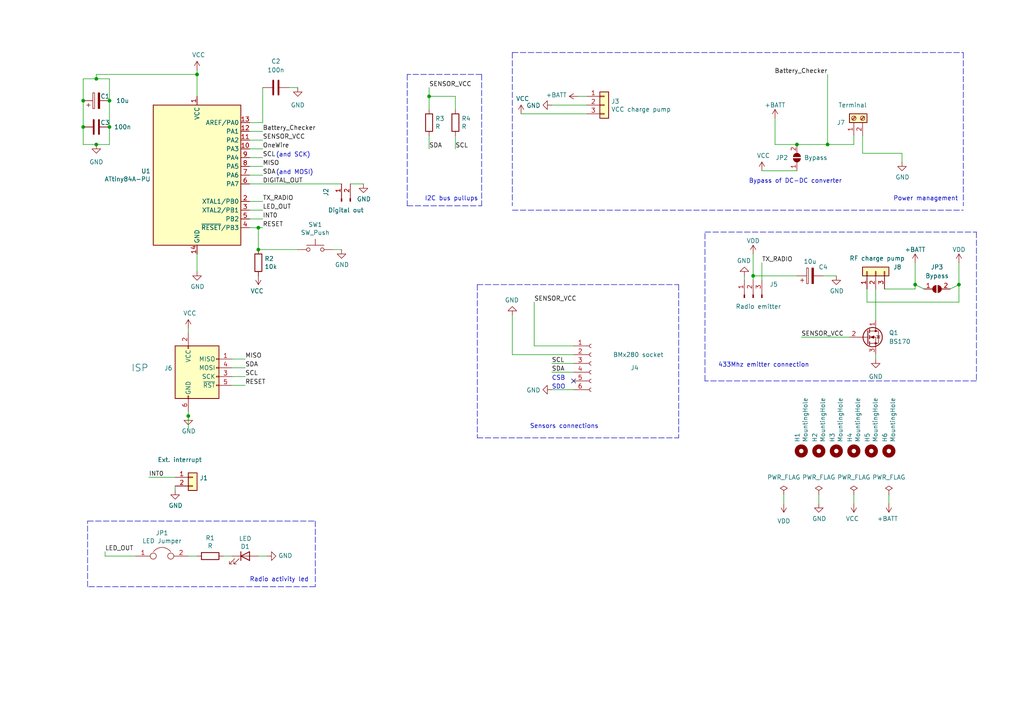
<source format=kicad_sch>
(kicad_sch (version 20211123) (generator eeschema)
  (paper "A4")
  (title_block (title "BMx280 sensor 18650 battery powered") (date "2022-10-22") (rev "1.0") (comment 1 "Open Hardware"))
  (lib_symbols
    (symbol "Connector:Conn_01x02_Male" (pin_names (offset 1.016) hide)
      (property "Reference" "J" (at 0 2.54 0))
      (property "Value" "Conn_01x02_Male" (at 0 -5.08 0))
      (symbol "Conn_01x02_Male_1_1"
        (polyline (pts (xy 1.27 -2.54) (xy 0.8636 -2.54)) (stroke (width 0.1524)))
        (polyline (pts (xy 1.27 0) (xy 0.8636 0)) (stroke (width 0.1524)))
        (rectangle (start 0.8636 -2.413) (end 0 -2.667) (stroke (width 0.1524)) (fill (type outline)))
        (rectangle (start 0.8636 0.127) (end 0 -0.127) (stroke (width 0.1524)) (fill (type outline)))
        (pin passive line (at 5.08 0 180) (length 3.81) (name "Pin_1") (number "1"))
        (pin passive line (at 5.08 -2.54 180) (length 3.81) (name "Pin_2") (number "2"))
      )
    )
    (symbol "Connector:Conn_01x03_Male" (pin_names (offset 1.016) hide)
      (property "Reference" "J" (at 0 5.08 0))
      (property "Value" "Conn_01x03_Male" (at 0 -5.08 0))
      (symbol "Conn_01x03_Male_1_1"
        (polyline (pts (xy 1.27 -2.54) (xy 0.8636 -2.54)) (stroke (width 0.1524)))
        (polyline (pts (xy 1.27 0) (xy 0.8636 0)) (stroke (width 0.1524)))
        (polyline (pts (xy 1.27 2.54) (xy 0.8636 2.54)) (stroke (width 0.1524)))
        (rectangle (start 0.8636 -2.413) (end 0 -2.667) (stroke (width 0.1524)) (fill (type outline)))
        (rectangle (start 0.8636 0.127) (end 0 -0.127) (stroke (width 0.1524)) (fill (type outline)))
        (rectangle (start 0.8636 2.667) (end 0 2.413) (stroke (width 0.1524)) (fill (type outline)))
        (pin passive line (at 5.08 2.54 180) (length 3.81) (name "Pin_1") (number "1"))
        (pin passive line (at 5.08 0 180) (length 3.81) (name "Pin_2") (number "2"))
        (pin passive line (at 5.08 -2.54 180) (length 3.81) (name "Pin_3") (number "3"))
      )
    )
    (symbol "Connector:Conn_01x06_Female" (pin_names (offset 1.016) hide)
      (property "Reference" "J" (at 0 7.62 0))
      (property "Value" "Conn_01x06_Female" (at 0 -10.16 0))
      (symbol "Conn_01x06_Female_1_1"
        (arc (start 0 -7.112) (mid -0.508 -7.62) (end 0 -8.128) (stroke (width 0.1524)))
        (arc (start 0 -4.572) (mid -0.508 -5.08) (end 0 -5.588) (stroke (width 0.1524)))
        (arc (start 0 -2.032) (mid -0.508 -2.54) (end 0 -3.048) (stroke (width 0.1524)))
        (polyline (pts (xy -1.27 -7.62) (xy -0.508 -7.62)) (stroke (width 0.1524)))
        (polyline (pts (xy -1.27 -5.08) (xy -0.508 -5.08)) (stroke (width 0.1524)))
        (polyline (pts (xy -1.27 -2.54) (xy -0.508 -2.54)) (stroke (width 0.1524)))
        (polyline (pts (xy -1.27 0) (xy -0.508 0)) (stroke (width 0.1524)))
        (polyline (pts (xy -1.27 2.54) (xy -0.508 2.54)) (stroke (width 0.1524)))
        (polyline (pts (xy -1.27 5.08) (xy -0.508 5.08)) (stroke (width 0.1524)))
        (arc (start 0 0.508) (mid -0.508 0) (end 0 -0.508) (stroke (width 0.1524)))
        (arc (start 0 3.048) (mid -0.508 2.54) (end 0 2.032) (stroke (width 0.1524)))
        (arc (start 0 5.588) (mid -0.508 5.08) (end 0 4.572) (stroke (width 0.1524)))
        (pin passive line (at -5.08 5.08 0) (length 3.81) (name "Pin_1") (number "1"))
        (pin passive line (at -5.08 2.54 0) (length 3.81) (name "Pin_2") (number "2"))
        (pin passive line (at -5.08 0 0) (length 3.81) (name "Pin_3") (number "3"))
        (pin passive line (at -5.08 -2.54 0) (length 3.81) (name "Pin_4") (number "4"))
        (pin passive line (at -5.08 -5.08 0) (length 3.81) (name "Pin_5") (number "5"))
        (pin passive line (at -5.08 -7.62 0) (length 3.81) (name "Pin_6") (number "6"))
      )
    )
    (symbol "Connector:Screw_Terminal_01x02" (pin_names (offset 1.016) hide)
      (property "Reference" "J" (at 0 2.54 0))
      (property "Value" "Screw_Terminal_01x02" (at 0 -5.08 0))
      (symbol "Screw_Terminal_01x02_1_1"
        (rectangle (start -1.27 1.27) (end 1.27 -3.81) (stroke (width 0.254)) (fill (type background)))
        (circle (center 0 -2.54) (radius 0.635) (stroke (width 0.1524)))
        (polyline (pts (xy -0.5334 -2.2098) (xy 0.3302 -3.048)) (stroke (width 0.1524)))
        (polyline (pts (xy -0.5334 0.3302) (xy 0.3302 -0.508)) (stroke (width 0.1524)))
        (polyline (pts (xy -0.3556 -2.032) (xy 0.508 -2.8702)) (stroke (width 0.1524)))
        (polyline (pts (xy -0.3556 0.508) (xy 0.508 -0.3302)) (stroke (width 0.1524)))
        (circle (center 0 0) (radius 0.635) (stroke (width 0.1524)))
        (pin passive line (at -5.08 0 0) (length 3.81) (name "Pin_1") (number "1"))
        (pin passive line (at -5.08 -2.54 0) (length 3.81) (name "Pin_2") (number "2"))
      )
    )
    (symbol "Connector_Generic:Conn_01x02" (pin_names (offset 1.016) hide)
      (property "Reference" "J" (at 0 2.54 0))
      (property "Value" "Conn_01x02" (at 0 -5.08 0))
      (symbol "Conn_01x02_1_1"
        (rectangle (start -1.27 -2.413) (end 0 -2.667) (stroke (width 0.1524)))
        (rectangle (start -1.27 0.127) (end 0 -0.127) (stroke (width 0.1524)))
        (rectangle (start -1.27 1.27) (end 1.27 -3.81) (stroke (width 0.254)) (fill (type background)))
        (pin passive line (at -5.08 0 0) (length 3.81) (name "Pin_1") (number "1"))
        (pin passive line (at -5.08 -2.54 0) (length 3.81) (name "Pin_2") (number "2"))
      )
    )
    (symbol "Connector_Generic:Conn_01x03" (pin_names (offset 1.016) hide)
      (property "Reference" "J" (at 0 5.08 0))
      (property "Value" "Conn_01x03" (at 0 -5.08 0))
      (symbol "Conn_01x03_1_1"
        (rectangle (start -1.27 -2.413) (end 0 -2.667) (stroke (width 0.1524)))
        (rectangle (start -1.27 0.127) (end 0 -0.127) (stroke (width 0.1524)))
        (rectangle (start -1.27 2.667) (end 0 2.413) (stroke (width 0.1524)))
        (rectangle (start -1.27 3.81) (end 1.27 -3.81) (stroke (width 0.254)) (fill (type background)))
        (pin passive line (at -5.08 2.54 0) (length 3.81) (name "Pin_1") (number "1"))
        (pin passive line (at -5.08 0 0) (length 3.81) (name "Pin_2") (number "2"))
        (pin passive line (at -5.08 -2.54 0) (length 3.81) (name "Pin_3") (number "3"))
      )
    )
    (symbol "Device:C" (pin_numbers hide) (pin_names (offset 0.254))
      (property "Reference" "C" (at 0.635 2.54 0))
      (property "Value" "C" (at 0.635 -2.54 0))
      (symbol "C_0_1"
        (polyline (pts (xy -2.032 -0.762) (xy 2.032 -0.762)) (stroke (width 0.508)))
        (polyline (pts (xy -2.032 0.762) (xy 2.032 0.762)) (stroke (width 0.508)))
      )
      (symbol "C_1_1"
        (pin passive line (at 0 3.81 270) (length 2.794) (name "~") (number "1"))
        (pin passive line (at 0 -3.81 90) (length 2.794) (name "~") (number "2"))
      )
    )
    (symbol "Device:LED" (pin_numbers hide) (pin_names (offset 1.016) hide)
      (property "Reference" "D" (at 0 2.54 0))
      (property "Value" "LED" (at 0 -2.54 0))
      (symbol "LED_0_1"
        (polyline (pts (xy -1.27 -1.27) (xy -1.27 1.27)) (stroke (width 0.254)))
        (polyline (pts (xy -1.27 0) (xy 1.27 0)))
        (polyline (pts (xy 1.27 -1.27) (xy 1.27 1.27) (xy -1.27 0) (xy 1.27 -1.27)) (stroke (width 0.254)))
        (polyline (pts (xy -3.048 -0.762) (xy -4.572 -2.286) (xy -3.81 -2.286) (xy -4.572 -2.286) (xy -4.572 -1.524)))
        (polyline (pts (xy -1.778 -0.762) (xy -3.302 -2.286) (xy -2.54 -2.286) (xy -3.302 -2.286) (xy -3.302 -1.524)))
      )
      (symbol "LED_1_1"
        (pin passive line (at -3.81 0 0) (length 2.54) (name "K") (number "1"))
        (pin passive line (at 3.81 0 180) (length 2.54) (name "A") (number "2"))
      )
    )
    (symbol "Device:R" (pin_numbers hide) (pin_names (offset 0))
      (property "Reference" "R" (at 2.032 0 90))
      (property "Value" "R" (at 0 0 90))
      (symbol "R_0_1"
        (rectangle (start -1.016 -2.54) (end 1.016 2.54) (stroke (width 0.254)))
      )
      (symbol "R_1_1"
        (pin passive line (at 0 3.81 270) (length 1.27) (name "~") (number "1"))
        (pin passive line (at 0 -3.81 90) (length 1.27) (name "~") (number "2"))
      )
    )
    (symbol "Jumper:SolderJumper_2_Open" (pin_names (offset 0) hide)
      (property "Reference" "JP" (at 0 2.032 0))
      (property "Value" "SolderJumper_2_Open" (at 0 -2.54 0))
      (symbol "SolderJumper_2_Open_0_1"
        (arc (start -0.254 1.016) (mid -1.27 0) (end -0.254 -1.016))
        (arc (start -0.254 1.016) (mid -1.27 0) (end -0.254 -1.016) (fill (type outline)))
        (polyline (pts (xy -0.254 1.016) (xy -0.254 -1.016)))
        (polyline (pts (xy 0.254 1.016) (xy 0.254 -1.016)))
        (arc (start 0.254 -1.016) (mid 1.27 0) (end 0.254 1.016))
        (arc (start 0.254 -1.016) (mid 1.27 0) (end 0.254 1.016) (fill (type outline)))
      )
      (symbol "SolderJumper_2_Open_1_1"
        (pin passive line (at -3.81 0 0) (length 2.54) (name "A") (number "1"))
        (pin passive line (at 3.81 0 180) (length 2.54) (name "B") (number "2"))
      )
    )
    (symbol "Mechanical:MountingHole" (pin_names (offset 1.016))
      (property "Reference" "H" (at 0 5.08 0))
      (property "Value" "MountingHole" (at 0 3.175 0))
      (symbol "MountingHole_0_1"
        (circle (center 0 0) (radius 1.27) (stroke (width 1.27)))
      )
    )
    (symbol "Switch:SW_Push" (pin_numbers hide) (pin_names (offset 1.016) hide)
      (property "Reference" "SW" (at 1.27 2.54 0))
      (property "Value" "SW_Push" (at 0 -1.524 0))
      (symbol "SW_Push_0_1"
        (circle (center -2.032 0) (radius 0.508))
        (polyline (pts (xy 0 1.27) (xy 0 3.048)))
        (polyline (pts (xy 2.54 1.27) (xy -2.54 1.27)))
        (circle (center 2.032 0) (radius 0.508))
        (pin passive line (at -5.08 0 0) (length 2.54) (name "1") (number "1"))
        (pin passive line (at 5.08 0 180) (length 2.54) (name "2") (number "2"))
      )
    )
    (symbol "Transistor_FET:BS170" (pin_names hide)
      (property "Reference" "Q" (at 5.08 1.905 0))
      (property "Value" "BS170" (at 5.08 0 0))
      (symbol "BS170_0_1"
        (polyline (pts (xy 0.254 0) (xy -2.54 0)))
        (polyline (pts (xy 0.254 1.905) (xy 0.254 -1.905)) (stroke (width 0.254)))
        (polyline (pts (xy 0.762 -1.27) (xy 0.762 -2.286)) (stroke (width 0.254)))
        (polyline (pts (xy 0.762 0.508) (xy 0.762 -0.508)) (stroke (width 0.254)))
        (polyline (pts (xy 0.762 2.286) (xy 0.762 1.27)) (stroke (width 0.254)))
        (polyline (pts (xy 2.54 2.54) (xy 2.54 1.778)))
        (polyline (pts (xy 2.54 -2.54) (xy 2.54 0) (xy 0.762 0)))
        (polyline (pts (xy 0.762 -1.778) (xy 3.302 -1.778) (xy 3.302 1.778) (xy 0.762 1.778)))
        (polyline (pts (xy 1.016 0) (xy 2.032 0.381) (xy 2.032 -0.381) (xy 1.016 0)) (fill (type outline)))
        (polyline (pts (xy 2.794 0.508) (xy 2.921 0.381) (xy 3.683 0.381) (xy 3.81 0.254)))
        (polyline (pts (xy 3.302 0.381) (xy 2.921 -0.254) (xy 3.683 -0.254) (xy 3.302 0.381)))
        (circle (center 1.651 0) (radius 2.794) (stroke (width 0.254)))
        (circle (center 2.54 -1.778) (radius 0.254) (fill (type outline)))
        (circle (center 2.54 1.778) (radius 0.254) (fill (type outline)))
      )
      (symbol "BS170_1_1"
        (pin passive line (at 2.54 5.08 270) (length 2.54) (name "D") (number "1"))
        (pin input line (at -5.08 0 0) (length 2.54) (name "G") (number "2"))
        (pin passive line (at 2.54 -5.08 90) (length 2.54) (name "S") (number "3"))
      )
    )
    (symbol "power:+BATT" (power) (pin_names (offset 0))
      (property "Value" "+BATT" (at 0 3.556 0))
      (symbol "+BATT_0_1"
        (polyline (pts (xy -0.762 1.27) (xy 0 2.54)))
        (polyline (pts (xy 0 0) (xy 0 2.54)))
        (polyline (pts (xy 0 2.54) (xy 0.762 1.27)))
      )
      (symbol "+BATT_1_1"
        (pin power_in line (at 0 0 90) (length 0) hide (name "+BATT") (number "1"))
      )
    )
    (symbol "power:GND" (power) (pin_names (offset 0))
      (property "Value" "GND" (at 0 -3.81 0))
      (symbol "GND_0_1"
        (polyline (pts (xy 0 0) (xy 0 -1.27) (xy 1.27 -1.27) (xy 0 -2.54) (xy -1.27 -1.27) (xy 0 -1.27)))
      )
      (symbol "GND_1_1"
        (pin power_in line (at 0 0 270) (length 0) hide (name "GND") (number "1"))
      )
    )
    (symbol "power:PWR_FLAG" (power) (pin_numbers hide) (pin_names (offset 0) hide)
      (property "Value" "PWR_FLAG" (at 0 3.81 0))
      (symbol "PWR_FLAG_0_0"
        (pin power_out line (at 0 0 90) (length 0) (name "pwr") (number "1"))
      )
      (symbol "PWR_FLAG_0_1"
        (polyline (pts (xy 0 0) (xy 0 1.27) (xy -1.016 1.905) (xy 0 2.54) (xy 1.016 1.905) (xy 0 1.27)))
      )
    )
    (symbol "power:VCC" (power) (pin_names (offset 0))
      (property "Value" "VCC" (at 0 3.81 0))
      (symbol "VCC_0_1"
        (polyline (pts (xy -0.762 1.27) (xy 0 2.54)))
        (polyline (pts (xy 0 0) (xy 0 2.54)))
        (polyline (pts (xy 0 2.54) (xy 0.762 1.27)))
      )
      (symbol "VCC_1_1"
        (pin power_in line (at 0 0 90) (length 0) hide (name "VCC") (number "1"))
      )
    )
    (symbol "power:VDD" (power) (pin_names (offset 0))
      (property "Value" "VDD" (at 0 3.81 0))
      (symbol "VDD_0_1"
        (polyline (pts (xy -0.762 1.27) (xy 0 2.54)))
        (polyline (pts (xy 0 0) (xy 0 2.54)))
        (polyline (pts (xy 0 2.54) (xy 0.762 1.27)))
      )
      (symbol "VDD_1_1"
        (pin power_in line (at 0 0 90) (length 0) hide (name "VDD") (number "1"))
      )
    )
    (symbol "tinySensorv1-rescue:ATtiny84A-PU-MCU_Microchip_ATtiny-tinySensorv1-rescue"
      (property "Reference" "U" (at -12.7 21.59 0))
      (property "Value" "ATtiny84A-PU-MCU_Microchip_ATtiny-tinySensorv1-rescue" (at 2.54 -21.59 0))
      (symbol "ATtiny84A-PU-MCU_Microchip_ATtiny-tinySensorv1-rescue_0_1"
        (rectangle (start -12.7 -20.32) (end 12.7 20.32) (stroke (width 0.254)) (fill (type background)))
      )
      (symbol "ATtiny84A-PU-MCU_Microchip_ATtiny-tinySensorv1-rescue_1_1"
        (pin power_in line (at 0 22.86 270) (length 2.54) (name "VCC") (number "1"))
        (pin bidirectional line (at 15.24 7.62 180) (length 2.54) (name "PA3") (number "10"))
        (pin bidirectional line (at 15.24 10.16 180) (length 2.54) (name "PA2") (number "11"))
        (pin bidirectional line (at 15.24 12.7 180) (length 2.54) (name "PA1") (number "12"))
        (pin bidirectional line (at 15.24 15.24 180) (length 2.54) (name "AREF/PA0") (number "13"))
        (pin power_in line (at 0 -22.86 90) (length 2.54) (name "GND") (number "14"))
        (pin bidirectional line (at 15.24 -7.62 180) (length 2.54) (name "XTAL1/PB0") (number "2"))
        (pin bidirectional line (at 15.24 -10.16 180) (length 2.54) (name "XTAL2/PB1") (number "3"))
        (pin bidirectional line (at 15.24 -15.24 180) (length 2.54) (name "~{RESET}/PB3") (number "4"))
        (pin bidirectional line (at 15.24 -12.7 180) (length 2.54) (name "PB2") (number "5"))
        (pin bidirectional line (at 15.24 -2.54 180) (length 2.54) (name "PA7") (number "6"))
        (pin bidirectional line (at 15.24 0 180) (length 2.54) (name "PA6") (number "7"))
        (pin bidirectional line (at 15.24 2.54 180) (length 2.54) (name "PA5") (number "8"))
        (pin bidirectional line (at 15.24 5.08 180) (length 2.54) (name "PA4") (number "9"))
      )
    )
    (symbol "tinySensorv1-rescue:AVR-ISP-6-Connector" (pin_names (offset 1.016))
      (property "Reference" "J" (at 0 10.16 0))
      (property "Value" "AVR-ISP-6-Connector" (at 0 -7.62 0))
      (symbol "AVR-ISP-6-Connector_0_1"
        (rectangle (start -2.667 -5.588) (end -2.413 -6.35))
        (rectangle (start -2.667 8.89) (end -2.413 8.128))
        (rectangle (start 6.35 -2.413) (end 5.588 -2.667))
        (rectangle (start 6.35 0.127) (end 5.588 -0.127))
        (rectangle (start 6.35 2.667) (end 5.588 2.413))
        (rectangle (start 6.35 5.207) (end 5.588 4.953))
        (rectangle (start 6.35 8.89) (end -6.35 -6.35) (stroke (width 0.254)) (fill (type background)))
      )
      (symbol "AVR-ISP-6-Connector_1_1"
        (pin passive line (at 10.16 5.08 180) (length 3.81) (name "MISO") (number "1"))
        (pin power_in line (at -2.54 12.7 270) (length 3.81) (name "VCC") (number "2"))
        (pin passive line (at 10.16 0 180) (length 3.81) (name "SCK") (number "3"))
        (pin passive line (at 10.16 2.54 180) (length 3.81) (name "MOSI") (number "4"))
        (pin passive line (at 10.16 -2.54 180) (length 3.81) (name "~{RST}") (number "5"))
        (pin power_in line (at -2.54 -10.16 90) (length 3.81) (name "GND") (number "6"))
      )
    )
    (symbol "tinySensorv1-rescue:CP-Device" (pin_numbers hide) (pin_names (offset 0.254))
      (property "Reference" "C" (at 0.635 2.54 0))
      (property "Value" "CP-Device" (at 0.635 -2.54 0))
      (symbol "CP-Device_0_1"
        (rectangle (start -2.286 0.508) (end 2.286 1.016))
        (polyline (pts (xy -1.778 2.286) (xy -0.762 2.286)))
        (polyline (pts (xy -1.27 2.794) (xy -1.27 1.778)))
        (rectangle (start 2.286 -0.508) (end -2.286 -1.016) (fill (type outline)))
      )
      (symbol "CP-Device_1_1"
        (pin passive line (at 0 3.81 270) (length 2.794) (name "~") (number "1"))
        (pin passive line (at 0 -3.81 90) (length 2.794) (name "~") (number "2"))
      )
    )
    (symbol "tinySensorv1-rescue:Jumper-Device" (pin_names (offset 0.762) hide)
      (property "Reference" "JP" (at 0 3.81 0))
      (property "Value" "Jumper-Device" (at 0 -2.032 0))
      (symbol "Jumper-Device_0_1"
        (circle (center -2.54 0) (radius 0.889))
        (arc (start 2.5146 1.27) (mid 0.0078 2.5097) (end -2.4892 1.27))
        (circle (center 2.54 0) (radius 0.889))
        (pin passive line (at -7.62 0 0) (length 4.191) (name "1") (number "1"))
        (pin passive line (at 7.62 0 180) (length 4.191) (name "2") (number "2"))
      )
    )
  )
  (junction (at 74.93 66.04))
  (junction (at 27.94 22.86))
  (junction (at 124.46 27.94))
  (junction (at 218.44 80.01))
  (junction (at 24.13 36.83))
  (junction (at 31.75 29.21))
  (junction (at 31.75 36.83))
  (junction (at 57.15 21.59))
  (junction (at 54.61 120.65))
  (junction (at 74.93 72.39))
  (junction (at 278.13 82.55))
  (junction (at 24.13 29.21))
  (junction (at 231.14 41.91))
  (junction (at 265.43 82.55))
  (junction (at 27.94 41.91))
  (junction (at 240.03 41.91))
  (no_connect (at 166.37 110.49))
  (wire (pts (xy 72.39 60.96) (xy 76.2 60.96)))
  (wire (pts (xy 72.39 38.1) (xy 76.2 38.1)))
  (polyline (pts (xy 204.47 67.31) (xy 283.21 67.31)))
  (wire (pts (xy 67.31 106.68) (xy 71.12 106.68)))
  (wire (pts (xy 231.14 41.91) (xy 240.03 41.91)))
  (polyline (pts (xy 283.21 67.31) (xy 283.21 110.49)))
  (wire (pts (xy 50.8 140.97) (xy 50.8 142.24)))
  (wire (pts (xy 160.02 113.03) (xy 166.37 113.03)))
  (polyline (pts (xy 148.59 15.24) (xy 148.59 59.69)))
  (wire (pts (xy 220.98 76.2) (xy 220.98 81.28)))
  (polyline (pts (xy 25.4 151.13) (xy 91.44 151.13)))
  (wire (pts (xy 154.94 100.33) (xy 166.37 100.33)))
  (wire (pts (xy 265.43 82.55) (xy 265.43 83.82)))
  (wire (pts (xy 265.43 83.82) (xy 256.54 83.82)))
  (wire (pts (xy 74.93 66.04) (xy 74.93 72.39)))
  (wire (pts (xy 160.02 107.95) (xy 166.37 107.95)))
  (wire (pts (xy 151.13 33.02) (xy 170.18 33.02)))
  (wire (pts (xy 250.19 39.37) (xy 250.19 44.45)))
  (polyline (pts (xy 25.4 170.18) (xy 25.4 151.13)))
  (wire (pts (xy 27.94 22.86) (xy 27.94 21.59)))
  (wire (pts (xy 148.59 91.44) (xy 148.59 102.87)))
  (wire (pts (xy 218.44 80.01) (xy 218.44 81.28)))
  (wire (pts (xy 267.97 83.82) (xy 265.43 82.55)))
  (wire (pts (xy 224.79 41.91) (xy 231.14 41.91)))
  (wire (pts (xy 24.13 36.83) (xy 24.13 41.91)))
  (polyline (pts (xy 138.43 82.55) (xy 138.43 127)))
  (wire (pts (xy 30.48 161.29) (xy 39.37 161.29)))
  (wire (pts (xy 167.64 27.94) (xy 170.18 27.94)))
  (wire (pts (xy 237.49 146.05) (xy 237.49 143.51)))
  (wire (pts (xy 231.14 49.53) (xy 220.98 49.53)))
  (wire (pts (xy 83.82 25.4) (xy 86.36 25.4)))
  (wire (pts (xy 218.44 80.01) (xy 231.14 80.01)))
  (wire (pts (xy 124.46 31.75) (xy 124.46 27.94)))
  (wire (pts (xy 124.46 39.37) (xy 124.46 43.18)))
  (wire (pts (xy 96.52 72.39) (xy 99.06 72.39)))
  (wire (pts (xy 72.39 58.42) (xy 76.2 58.42)))
  (wire (pts (xy 154.94 87.63) (xy 154.94 100.33)))
  (wire (pts (xy 72.39 53.34) (xy 99.06 53.34)))
  (polyline (pts (xy 118.11 59.69) (xy 139.7 59.69)))
  (wire (pts (xy 240.03 41.91) (xy 247.65 41.91)))
  (wire (pts (xy 67.31 111.76) (xy 71.12 111.76)))
  (wire (pts (xy 132.08 31.75) (xy 132.08 27.94)))
  (wire (pts (xy 24.13 41.91) (xy 27.94 41.91)))
  (wire (pts (xy 77.47 161.29) (xy 74.93 161.29)))
  (wire (pts (xy 24.13 22.86) (xy 24.13 29.21)))
  (wire (pts (xy 132.08 39.37) (xy 132.08 43.18)))
  (wire (pts (xy 265.43 76.2) (xy 265.43 82.55)))
  (polyline (pts (xy 118.11 21.59) (xy 118.11 59.69)))
  (wire (pts (xy 76.2 25.4) (xy 76.2 35.56)))
  (wire (pts (xy 278.13 76.2) (xy 278.13 82.55)))
  (wire (pts (xy 72.39 43.18) (xy 76.2 43.18)))
  (wire (pts (xy 227.33 143.51) (xy 227.33 146.05)))
  (wire (pts (xy 105.41 53.34) (xy 101.6 53.34)))
  (wire (pts (xy 275.59 83.82) (xy 278.13 82.55)))
  (polyline (pts (xy 148.59 60.96) (xy 279.4 60.96)))
  (wire (pts (xy 24.13 29.21) (xy 24.13 36.83)))
  (wire (pts (xy 261.62 44.45) (xy 261.62 46.99)))
  (wire (pts (xy 24.13 22.86) (xy 27.94 22.86)))
  (wire (pts (xy 74.93 66.04) (xy 76.2 66.04)))
  (wire (pts (xy 57.15 20.32) (xy 57.15 21.59)))
  (wire (pts (xy 67.31 104.14) (xy 71.12 104.14)))
  (wire (pts (xy 254 83.82) (xy 254 92.71)))
  (polyline (pts (xy 138.43 127) (xy 196.85 127)))
  (wire (pts (xy 43.18 138.43) (xy 50.8 138.43)))
  (wire (pts (xy 215.9 80.01) (xy 215.9 81.28)))
  (polyline (pts (xy 138.43 82.55) (xy 196.85 82.55)))
  (wire (pts (xy 27.94 21.59) (xy 57.15 21.59)))
  (wire (pts (xy 86.36 72.39) (xy 74.93 72.39)))
  (wire (pts (xy 54.61 161.29) (xy 57.15 161.29)))
  (wire (pts (xy 67.31 161.29) (xy 64.77 161.29)))
  (wire (pts (xy 72.39 63.5) (xy 76.2 63.5)))
  (wire (pts (xy 72.39 40.64) (xy 76.2 40.64)))
  (wire (pts (xy 160.02 105.41) (xy 166.37 105.41)))
  (wire (pts (xy 247.65 39.37) (xy 247.65 41.91)))
  (wire (pts (xy 257.81 146.05) (xy 257.81 143.51)))
  (wire (pts (xy 72.39 50.8) (xy 76.2 50.8)))
  (polyline (pts (xy 283.21 110.49) (xy 204.47 110.49)))
  (wire (pts (xy 251.46 83.82) (xy 251.46 87.63)))
  (wire (pts (xy 31.75 29.21) (xy 31.75 36.83)))
  (wire (pts (xy 124.46 27.94) (xy 132.08 27.94)))
  (wire (pts (xy 31.75 36.83) (xy 31.75 41.91)))
  (polyline (pts (xy 139.7 21.59) (xy 118.11 21.59)))
  (polyline (pts (xy 148.59 15.24) (xy 279.4 15.24)))
  (wire (pts (xy 148.59 102.87) (xy 166.37 102.87)))
  (wire (pts (xy 72.39 66.04) (xy 74.93 66.04)))
  (polyline (pts (xy 91.44 170.18) (xy 25.4 170.18)))
  (wire (pts (xy 76.2 45.72) (xy 72.39 45.72)))
  (wire (pts (xy 57.15 73.66) (xy 57.15 78.74)))
  (polyline (pts (xy 91.44 151.13) (xy 91.44 170.18)))
  (wire (pts (xy 254 102.87) (xy 254 104.14)))
  (wire (pts (xy 160.02 30.48) (xy 170.18 30.48)))
  (wire (pts (xy 31.75 41.91) (xy 27.94 41.91)))
  (wire (pts (xy 232.41 97.79) (xy 246.38 97.79)))
  (wire (pts (xy 247.65 146.05) (xy 247.65 143.51)))
  (wire (pts (xy 54.61 119.38) (xy 54.61 120.65)))
  (wire (pts (xy 30.48 160.02) (xy 30.48 161.29)))
  (wire (pts (xy 224.79 41.91) (xy 224.79 34.29)))
  (wire (pts (xy 124.46 27.94) (xy 124.46 25.4)))
  (polyline (pts (xy 204.47 110.49) (xy 204.47 67.31)))
  (polyline (pts (xy 196.85 82.55) (xy 196.85 127)))
  (wire (pts (xy 218.44 73.66) (xy 218.44 80.01)))
  (wire (pts (xy 54.61 96.52) (xy 54.61 95.25)))
  (wire (pts (xy 242.57 80.01) (xy 238.76 80.01)))
  (wire (pts (xy 251.46 87.63) (xy 278.13 87.63)))
  (wire (pts (xy 57.15 21.59) (xy 57.15 27.94)))
  (wire (pts (xy 27.94 22.86) (xy 31.75 22.86)))
  (wire (pts (xy 54.61 120.65) (xy 54.61 124.46)))
  (wire (pts (xy 72.39 48.26) (xy 76.2 48.26)))
  (polyline (pts (xy 139.7 21.59) (xy 139.7 59.69)))
  (wire (pts (xy 278.13 82.55) (xy 278.13 87.63)))
  (wire (pts (xy 250.19 44.45) (xy 261.62 44.45)))
  (wire (pts (xy 72.39 35.56) (xy 76.2 35.56)))
  (polyline (pts (xy 279.4 15.24) (xy 279.4 59.69)))
  (wire (pts (xy 31.75 22.86) (xy 31.75 29.21)))
  (wire (pts (xy 240.03 21.59) (xy 240.03 41.91)))
  (wire (pts (xy 67.31 109.22) (xy 71.12 109.22)))
  (text "CSB" (at 160.02 110.49 0) (effects (font (size 1.27 1.27)) (justify left bottom)))
  (text "Radio activity led" (at 72.39 168.91 0) (effects (font (size 1.27 1.27)) (justify left bottom)))
  (text "Bypass of DC-DC converter" (at 217.17 53.34 0) (effects (font (size 1.27 1.27)) (justify left bottom)))
  (text "Power management" (at 259.08 58.42 0) (effects (font (size 1.27 1.27)) (justify left bottom)))
  (text "(and SCK)" (at 80.01 45.72 0) (effects (font (size 1.27 1.27)) (justify left bottom)))
  (text "SDO" (at 160.02 113.03 0) (effects (font (size 1.27 1.27)) (justify left bottom)))
  (text "Sensors connections" (at 153.67 124.46 0) (effects (font (size 1.27 1.27)) (justify left bottom)))
  (text "I2C bus pullups" (at 123.19 58.42 0) (effects (font (size 1.27 1.27)) (justify left bottom)))
  (text "(and MOSI)" (at 80.01 50.8 0) (effects (font (size 1.27 1.27)) (justify left bottom)))
  (text "433Mhz emitter connection" (at 208.28 106.68 0) (effects (font (size 1.27 1.27)) (justify left bottom)))
  (label "LED_OUT" (at 30.48 160.02 0))
  (label "DIGITAL_OUT" (at 76.2 53.34 0))
  (label "SCL" (at 160.02 105.41 0))
  (label "Battery_Checker" (at 240.03 21.59 180))
  (label "SDA" (at 160.02 107.95 0))
  (label "SENSOR_VCC" (at 76.2 40.64 0))
  (label "TX_RADIO" (at 76.2 58.42 0))
  (label "MISO" (at 76.2 48.26 0))
  (label "SENSOR_VCC" (at 124.46 25.4 0))
  (label "SENSOR_VCC" (at 154.94 87.63 0))
  (label "RESET" (at 76.2 66.04 0))
  (label "SCL" (at 132.08 43.18 0))
  (label "SDA" (at 71.12 106.68 0))
  (label "Battery_Checker" (at 76.2 38.1 0))
  (label "MISO" (at 71.12 104.14 0))
  (label "SDA" (at 76.2 50.8 0))
  (label "OneWire" (at 76.2 43.18 0))
  (label "INT0" (at 43.18 138.43 0))
  (label "LED_OUT" (at 76.2 60.96 0))
  (label "INT0" (at 76.2 63.5 0))
  (label "SCL" (at 76.2 45.72 0))
  (label "SDA" (at 124.46 43.18 0))
  (label "SENSOR_VCC" (at 232.41 97.79 0))
  (label "SCL" (at 71.12 109.22 0))
  (label "RESET" (at 71.12 111.76 0))
  (label "TX_RADIO" (at 220.98 76.2 0))
  (symbol (lib_id "Device:R") (at 124.46 35.56 0) (unit 1)
    (property "Reference" "R3" (at 126.238 34.3916 0) (effects (justify left)))
    (property "Value" "R" (at 126.238 36.703 0) (effects (justify left)))
    (property "Footprint" "Resistor_THT:R_Axial_DIN0204_L3.6mm_D1.6mm_P7.62mm_Horizontal" (effects hide))
  )
  (symbol (lib_id "Device:R") (at 132.08 35.56 0) (unit 1)
    (property "Reference" "R4" (at 133.858 34.3916 0) (effects (justify left)))
    (property "Value" "R" (at 133.858 36.703 0) (effects (justify left)))
    (property "Footprint" "Resistor_THT:R_Axial_DIN0204_L3.6mm_D1.6mm_P7.62mm_Horizontal" (effects hide))
  )
  (symbol (lib_id "tinySensorv1-rescue:ATtiny84A-PU-MCU_Microchip_ATtiny-tinySensorv1-rescue") (at 57.15 50.8 0) (unit 1)
    (property "Reference" "U1" (at 43.688 49.6316 0) (effects (justify right)))
    (property "Value" "ATtiny84A-PU" (at 43.688 51.943 0) (effects (justify right)))
    (property "Footprint" "Package_DIP:DIP-14_W7.62mm" (effects hide))
    (property "Datasheet" "http://ww1.microchip.com/downloads/en/DeviceDoc/doc8183.pdf" (effects hide))
  )
  (symbol (lib_id "Device:R") (at 60.96 161.29 270) (unit 1)
    (property "Reference" "R1" (at 60.96 156.0322 90))
    (property "Value" "R" (at 60.96 158.3436 90))
    (property "Footprint" "Resistor_THT:R_Axial_DIN0204_L3.6mm_D1.6mm_P7.62mm_Horizontal" (effects hide))
  )
  (symbol (lib_id "Device:LED") (at 71.12 161.29 0) (unit 1)
    (property "Reference" "D1" (at 71.12 158.5214 0))
    (property "Value" "LED" (at 71.12 156.21 0))
    (property "Footprint" "LED_THT:LED_D1.8mm_W3.3mm_H2.4mm" (effects hide))
  )
  (symbol (lib_id "power:GND") (at 57.15 78.74 0) (unit 1)
    (property "Reference" "#PWR0109" (effects hide))
    (property "Value" "GND" (at 57.277 83.1342 0))
  )
  (symbol (lib_id "power:GND") (at 77.47 161.29 90) (unit 1)
    (property "Reference" "#PWR0102" (effects hide))
    (property "Value" "GND" (at 80.7212 161.163 90) (effects (justify right)))
  )
  (symbol (lib_id "Connector:Conn_01x03_Male") (at 218.44 86.36 90) (unit 1)
    (property "Reference" "J5" (at 223.2152 82.4738 90) (effects (justify right)))
    (property "Value" "Radio emitter" (at 213.36 88.9 90) (effects (justify right)))
    (property "Footprint" "Connector_PinHeader_2.54mm:PinHeader_1x03_P2.54mm_Vertical" (effects hide))
  )
  (symbol (lib_id "power:GND") (at 215.9 80.01 180) (unit 1)
    (property "Reference" "#PWR0123" (effects hide))
    (property "Value" "GND" (at 215.773 75.6158 0))
  )
  (symbol (lib_id "power:GND") (at 160.02 30.48 270) (unit 1)
    (property "Reference" "#PWR0120" (effects hide))
    (property "Value" "GND" (at 156.7688 30.607 90) (effects (justify right)))
  )
  (symbol (lib_id "power:+BATT") (at 167.64 27.94 90) (unit 1)
    (property "Reference" "#PWR0121" (effects hide))
    (property "Value" "+BATT" (at 164.4142 27.559 90) (effects (justify left)))
  )
  (symbol (lib_id "power:GND") (at 148.59 91.44 180) (unit 1)
    (property "Reference" "#PWR0114" (effects hide))
    (property "Value" "GND" (at 148.463 87.0458 0))
  )
  (symbol (lib_id "power:GND") (at 160.02 113.03 270) (unit 1)
    (property "Reference" "#PWR0115" (effects hide))
    (property "Value" "GND" (at 156.7688 113.157 90) (effects (justify right)))
  )
  (symbol (lib_id "Connector_Generic:Conn_01x03") (at 175.26 30.48 0) (unit 1)
    (property "Reference" "J3" (at 177.2666 29.4132 0) (effects (justify left)))
    (property "Value" "VCC charge pump" (at 177.2666 31.7246 0) (effects (justify left)))
    (property "Footprint" "TinySensor lib:DC-DC_0.9v-3.3v_to_3.3v" (effects hide))
  )
  (symbol (lib_id "power:PWR_FLAG") (at 247.65 143.51 0) (unit 1)
    (property "Reference" "#FLG0102" (effects hide))
    (property "Value" "PWR_FLAG" (at 247.65 138.43 0))
  )
  (symbol (lib_id "power:PWR_FLAG") (at 257.81 143.51 0) (unit 1)
    (property "Reference" "#FLG0103" (effects hide))
    (property "Value" "PWR_FLAG" (at 257.81 138.43 0))
  )
  (symbol (lib_id "power:PWR_FLAG") (at 237.49 143.51 0) (unit 1)
    (property "Reference" "#FLG0101" (effects hide))
    (property "Value" "PWR_FLAG" (at 237.49 138.43 0))
  )
  (symbol (lib_id "power:GND") (at 237.49 146.05 0) (unit 1)
    (property "Reference" "#PWR0116" (effects hide))
    (property "Value" "GND" (at 237.617 150.4442 0))
  )
  (symbol (lib_id "power:+BATT") (at 257.81 146.05 180) (unit 1)
    (property "Reference" "#PWR0118" (effects hide))
    (property "Value" "+BATT" (at 257.429 150.4442 0))
  )
  (symbol (lib_id "tinySensorv1-rescue:Jumper-Device") (at 46.99 161.29 0) (unit 1)
    (property "Reference" "JP1" (at 46.99 154.5844 0))
    (property "Value" "LED Jumper" (at 46.99 156.8958 0))
    (property "Footprint" "Connector_PinHeader_2.54mm:PinHeader_1x02_P2.54mm_Vertical" (effects hide))
  )
  (symbol (lib_id "power:+BATT") (at 224.79 34.29 0) (unit 1)
    (property "Reference" "#PWR0105" (effects hide))
    (property "Value" "+BATT" (at 224.79 30.48 0))
  )
  (symbol (lib_id "power:GND") (at 261.62 46.99 0) (unit 1)
    (property "Reference" "#PWR0107" (effects hide))
    (property "Value" "GND" (at 261.747 51.3842 0))
  )
  (symbol (lib_id "tinySensorv1-rescue:AVR-ISP-6-Connector") (at 57.15 109.22 0) (unit 1)
    (property "Reference" "J6" (at 50.038 106.7816 0) (effects (justify right)))
    (property "Value" "ISP" (at 43.18 106.68 0) (effects (font (size 2 2)) (justify right)))
    (property "Footprint" "TinySensor lib:ICSP_SOCKET_MINI_2x3" (effects hide))
    (property "Datasheet" " ~" (effects hide))
  )
  (symbol (lib_id "power:GND") (at 54.61 120.65 0) (unit 1)
    (property "Reference" "#PWR0104" (effects hide))
    (property "Value" "GND" (at 54.737 125.0442 0))
  )
  (symbol (lib_id "Connector:Screw_Terminal_01x02") (at 247.65 34.29 90) (unit 1)
    (property "Reference" "J7" (at 245.11 35.56 90) (effects (justify left)))
    (property "Value" "Terminal" (at 251.46 30.48 90) (effects (justify left)))
    (property "Footprint" "TerminalBlock:TerminalBlock_bornier-2_P5.08mm" (effects hide))
  )
  (symbol (lib_id "Connector:Conn_01x06_Female") (at 171.45 105.41 0) (unit 1)
    (property "Reference" "J4" (at 182.88 106.68 0) (effects (justify left)))
    (property "Value" "BMx280 socket" (at 177.8 102.87 0) (effects (justify left)))
    (property "Footprint" "TinySensor lib:BMx280_breakout" (effects hide))
  )
  (symbol (lib_id "Jumper:SolderJumper_2_Open") (at 231.14 45.72 90) (unit 1)
    (property "Reference" "JP2" (at 228.6 45.72 90) (effects (justify left)))
    (property "Value" "Bypass" (at 240.03 45.72 90) (effects (justify left)))
    (property "Footprint" "Jumper:SolderJumper-2_P1.3mm_Open_TrianglePad1.0x1.5mm" (effects hide))
  )
  (symbol (lib_id "Mechanical:MountingHole") (at 232.41 130.81 90) (unit 1)
    (property "Reference" "H1" (at 231.2416 128.27 0) (effects (justify left)))
    (property "Value" "MountingHole" (at 233.553 128.27 0) (effects (justify left)))
    (property "Footprint" "MountingHole:MountingHole_2.5mm" (effects hide))
  )
  (symbol (lib_id "Mechanical:MountingHole") (at 237.49 130.81 90) (unit 1)
    (property "Reference" "H2" (at 236.3216 128.27 0) (effects (justify left)))
    (property "Value" "MountingHole" (at 238.633 128.27 0) (effects (justify left)))
    (property "Footprint" "MountingHole:MountingHole_2.5mm" (effects hide))
  )
  (symbol (lib_id "Mechanical:MountingHole") (at 242.57 130.81 90) (unit 1)
    (property "Reference" "H3" (at 241.4016 128.27 0) (effects (justify left)))
    (property "Value" "MountingHole" (at 243.713 128.27 0) (effects (justify left)))
    (property "Footprint" "MountingHole:MountingHole_2.5mm" (effects hide))
  )
  (symbol (lib_id "Mechanical:MountingHole") (at 247.65 130.81 90) (unit 1)
    (property "Reference" "H4" (at 246.4816 128.27 0) (effects (justify left)))
    (property "Value" "MountingHole" (at 248.793 128.27 0) (effects (justify left)))
    (property "Footprint" "MountingHole:MountingHole_2.5mm" (effects hide))
  )
  (symbol (lib_id "Mechanical:MountingHole") (at 252.73 130.81 90) (unit 1)
    (property "Reference" "H5" (at 251.5616 128.27 0) (effects (justify left)))
    (property "Value" "MountingHole" (at 253.873 128.27 0) (effects (justify left)))
    (property "Footprint" "MountingHole:MountingHole_2.5mm" (effects hide))
  )
  (symbol (lib_id "power:GND") (at 242.57 80.01 0) (unit 1)
    (property "Reference" "#PWR0127" (effects hide))
    (property "Value" "GND" (at 242.697 84.4042 0))
  )
  (symbol (lib_id "power:VCC") (at 57.15 20.32 0) (unit 1)
    (property "Reference" "#PWR0108" (effects hide))
    (property "Value" "VCC" (at 57.5818 15.9258 0))
  )
  (symbol (lib_id "power:VCC") (at 54.61 95.25 0) (unit 1)
    (property "Reference" "#PWR0103" (effects hide))
    (property "Value" "VCC" (at 55.0418 90.8558 0))
  )
  (symbol (lib_id "power:VCC") (at 220.98 49.53 0) (unit 1)
    (property "Reference" "#PWR0106" (effects hide))
    (property "Value" "VCC" (at 221.4118 45.1358 0))
  )
  (symbol (lib_id "power:VCC") (at 151.13 33.02 0) (unit 1)
    (property "Reference" "#PWR0119" (effects hide))
    (property "Value" "VCC" (at 151.5618 28.6258 0))
  )
  (symbol (lib_id "Mechanical:MountingHole") (at 257.81 130.81 90) (unit 1)
    (property "Reference" "H6" (at 256.6416 128.27 0) (effects (justify left)))
    (property "Value" "MountingHole" (at 258.953 128.27 0) (effects (justify left)))
    (property "Footprint" "MountingHole:MountingHole_2.5mm" (effects hide))
  )
  (symbol (lib_id "power:VCC") (at 247.65 146.05 180) (unit 1)
    (property "Reference" "#PWR0117" (effects hide))
    (property "Value" "VCC" (at 247.1928 150.4442 0))
  )
  (symbol (lib_id "tinySensorv1-rescue:CP-Device") (at 234.95 80.01 90) (unit 1)
    (property "Reference" "C4" (at 238.76 77.47 90))
    (property "Value" "10u" (at 234.95 75.8444 90))
    (property "Footprint" "Capacitor_THT:CP_Radial_D5.0mm_P2.50mm" (effects hide))
  )
  (symbol (lib_id "Connector:Conn_01x02_Male") (at 99.06 58.42 90) (unit 1)
    (property "Reference" "J2" (at 94.5388 55.7276 0))
    (property "Value" "Digital out" (at 100.33 60.96 90))
    (property "Footprint" "Connector_PinHeader_2.54mm:PinHeader_1x02_P2.54mm_Vertical" (effects hide))
  )
  (symbol (lib_id "power:GND") (at 105.41 53.34 0) (unit 1)
    (property "Reference" "#PWR0111" (effects hide))
    (property "Value" "GND" (at 105.537 57.7342 0))
  )
  (symbol (lib_id "Connector_Generic:Conn_01x02") (at 55.88 138.43 0) (unit 1)
    (property "Reference" "J1" (at 57.912 138.6332 0) (effects (justify left)))
    (property "Value" "Ext. interrupt" (at 45.72 133.35 0) (effects (justify left)))
    (property "Footprint" "Connector_PinHeader_2.54mm:PinHeader_1x02_P2.54mm_Vertical" (effects hide))
  )
  (symbol (lib_id "power:GND") (at 50.8 142.24 0) (unit 1)
    (property "Reference" "#PWR0101" (effects hide))
    (property "Value" "GND" (at 50.927 146.6342 0))
  )
  (symbol (lib_id "Device:R") (at 74.93 76.2 0) (unit 1)
    (property "Reference" "R2" (at 76.708 75.0316 0) (effects (justify left)))
    (property "Value" "10k" (at 76.708 77.343 0) (effects (justify left)))
    (property "Footprint" "Resistor_THT:R_Axial_DIN0204_L3.6mm_D1.6mm_P7.62mm_Horizontal" (effects hide))
  )
  (symbol (lib_id "power:VCC") (at 74.93 80.01 180) (unit 1)
    (property "Reference" "#PWR0110" (effects hide))
    (property "Value" "VCC" (at 74.549 84.4042 0))
  )
  (symbol (lib_id "Switch:SW_Push") (at 91.44 72.39 0) (unit 1)
    (property "Reference" "SW1" (at 91.44 65.151 0))
    (property "Value" "SW_Push" (at 91.44 67.4624 0))
    (property "Footprint" "Button_Switch_THT:SW_PUSH_6mm_H4.3mm" (effects hide))
  )
  (symbol (lib_id "power:GND") (at 99.06 72.39 0) (unit 1)
    (property "Reference" "#PWR0112" (effects hide))
    (property "Value" "GND" (at 99.187 76.7842 0))
  )
  (symbol (lib_id "Device:C") (at 27.94 36.83 270) (unit 1)
    (property "Reference" "C3" (at 30.48 35.56 90))
    (property "Value" "100n" (at 35.56 36.83 90))
    (property "Footprint" "Capacitor_THT:C_Rect_L7.0mm_W2.0mm_P5.00mm" (effects hide))
  )
  (symbol (lib_id "power:PWR_FLAG") (at 227.33 143.51 0) (unit 1)
    (property "Reference" "#FLG0104" (effects hide))
    (property "Value" "PWR_FLAG" (at 227.33 138.43 0))
  )
  (symbol (lib_id "Jumper:SolderJumper_2_Open") (at 271.78 83.82 0) (unit 1)
    (property "Reference" "JP3" (at 271.78 77.47 0))
    (property "Value" "Bypass" (at 271.78 80.01 0))
    (property "Footprint" "Jumper:SolderJumper-2_P1.3mm_Open_TrianglePad1.0x1.5mm" (effects hide))
  )
  (symbol (lib_id "power:+BATT") (at 265.43 76.2 0) (unit 1)
    (property "Reference" "#PWR0125" (effects hide))
    (property "Value" "+BATT" (at 265.43 72.39 0))
  )
  (symbol (lib_id "Connector_Generic:Conn_01x03") (at 254 78.74 90) (unit 1)
    (property "Reference" "J8" (at 259.08 77.4699 90) (effects (justify right)))
    (property "Value" "RF charge pump" (at 246.38 74.93 90) (effects (justify right)))
    (property "Footprint" "TinySensor lib:DC-DC_0.9v-3.3v_to_3.3v" (effects hide))
  )
  (symbol (lib_id "power:GND") (at 27.94 41.91 0) (unit 1)
    (property "Reference" "#PWR0128" (effects hide))
    (property "Value" "GND" (at 27.94 46.99 0))
  )
  (symbol (lib_id "power:VDD") (at 227.33 146.05 180) (unit 1)
    (property "Reference" "#PWR0129" (effects hide))
    (property "Value" "VDD" (at 227.33 151.13 0))
  )
  (symbol (lib_id "tinySensorv1-rescue:CP-Device") (at 27.94 29.21 90) (unit 1)
    (property "Reference" "C1" (at 30.48 27.94 90))
    (property "Value" "10u" (at 35.56 29.21 90))
    (property "Footprint" "Capacitor_THT:CP_Radial_D5.0mm_P2.50mm" (effects hide))
  )
  (symbol (lib_id "power:GND") (at 254 104.14 0) (unit 1)
    (property "Reference" "#PWR0124" (effects hide))
    (property "Value" "GND" (at 254 109.22 0))
  )
  (symbol (lib_id "Device:C") (at 80.01 25.4 90) (unit 1)
    (property "Reference" "C2" (at 80.01 17.78 90))
    (property "Value" "100n" (at 80.01 20.32 90))
    (property "Footprint" "Capacitor_THT:C_Rect_L7.0mm_W2.0mm_P5.00mm" (effects hide))
  )
  (symbol (lib_id "Transistor_FET:BS170") (at 251.46 97.79 0) (unit 1)
    (property "Reference" "Q1" (at 257.81 96.5199 0) (effects (justify left)))
    (property "Value" "BS170" (at 257.81 99.0599 0) (effects (justify left)))
    (property "Footprint" "Package_TO_SOT_THT:TO-92_Inline" (effects hide))
    (property "Datasheet" "https://www.onsemi.com/pub/Collateral/BS170-D.PDF" (effects hide))
  )
  (symbol (lib_id "power:VDD") (at 218.44 73.66 0) (unit 1)
    (property "Reference" "#PWR0122" (effects hide))
    (property "Value" "VDD" (at 218.44 69.85 0))
  )
  (symbol (lib_id "power:GND") (at 86.36 25.4 0) (unit 1)
    (property "Reference" "#PWR0113" (effects hide))
    (property "Value" "GND" (at 86.36 30.48 0))
  )
  (symbol (lib_id "power:VDD") (at 278.13 76.2 0) (unit 1)
    (property "Reference" "#PWR0126" (effects hide))
    (property "Value" "VDD" (at 278.13 72.39 0))
  )
)
</source>
